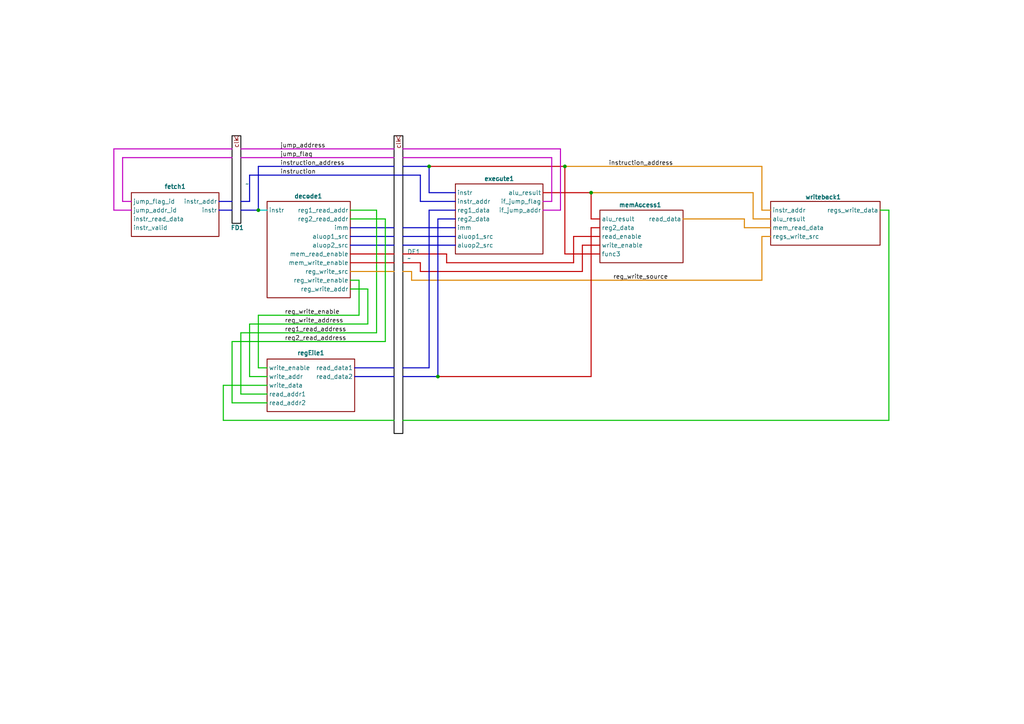
<source format=kicad_sch>
(kicad_sch (version 20231120) (generator "eeschema") (generator_version "8.0")
  (paper "A4")
  (title_block (title "RISC-V CPU Pipelined"))
  (lib_symbols
    (symbol "RISC-V-lib:DE" (pin_numbers hide) (pin_names (offset 0) hide)
      (property "Reference" "DE" (at 8.89 -0.254 0))
      (symbol "DE_1_1"
        (rectangle (start -2.54 0) (end 0 -86.36) (stroke (width 0.254) (color 0 0 0 1)))
        (text "clk" (at -1.27 -2.286 900) (effects (font (size 1.27 1.27))))
        (pin input line (at -2.54 -82.55 0) (length 0) (name "") (number ""))
        (pin input line (at -2.54 -69.85 0) (length 0) (name "") (number ""))
        (pin input line (at -2.54 -67.31 0) (length 0) (name "") (number ""))
        (pin input line (at -2.54 -39.37 0) (length 0) (name "") (number ""))
        (pin input line (at -2.54 -36.83 0) (length 0) (name "") (number ""))
        (pin input line (at -2.54 -34.29 0) (length 0) (name "") (number ""))
        (pin input line (at -2.54 -31.75 0) (length 0) (name "") (number ""))
        (pin input line (at -2.54 -29.21 0) (length 0) (name "") (number ""))
        (pin input line (at -2.54 -26.67 0) (length 0) (name "") (number ""))
        (pin input line (at -2.54 -11.43 0) (length 0) (name "") (number ""))
        (pin input line (at -2.54 -8.89 0) (length 0) (name "") (number ""))
        (pin input line (at -2.54 -6.35 0) (length 0) (name "") (number ""))
        (pin input line (at -2.54 -3.81 0) (length 0) (name "") (number ""))
        (pin output line (at 0 -82.55 180) (length 0) (name "") (number ""))
        (pin output line (at 0 -69.85 180) (length 0) (name "") (number ""))
        (pin output line (at 0 -67.31 180) (length 0) (name "") (number ""))
        (pin output line (at 0 -39.37 180) (length 0) (name "") (number ""))
        (pin output line (at 0 -36.83 180) (length 0) (name "") (number ""))
        (pin output line (at 0 -34.29 180) (length 0) (name "") (number ""))
        (pin output line (at 0 -31.75 180) (length 0) (name "") (number ""))
        (pin output line (at 0 -29.21 180) (length 0) (name "") (number ""))
        (pin output line (at 0 -26.67 180) (length 0) (name "") (number ""))
        (pin output line (at 0 -11.43 180) (length 0) (name "") (number ""))
        (pin output line (at 0 -8.89 180) (length 0) (name "") (number ""))
        (pin output line (at 0 -6.35 180) (length 0) (name "") (number ""))
        (pin output line (at 0 -3.81 180) (length 0) (name "") (number ""))
        (pin input clock (at -1.27 0 270) (length 0) (name "clk") (number ""))
      )
    )
    (symbol "RISC-V-lib:Execute" (pin_numbers hide)
      (property "Reference" "execute" (at -0.254 11.43 0))
      (symbol "Execute_1_1"
        (rectangle (start -12.7 10.16) (end 12.7 -10.16) (stroke (width 0.254)))
        (pin output line (at 12.7 7.62 180) (length 0) (name "alu_result") (number ""))
        (pin input line (at -12.7 -5.08 0) (length 0) (name "aluop1_src") (number ""))
        (pin input line (at -12.7 -7.62 0) (length 0) (name "aluop2_src") (number ""))
        (pin output line (at 12.7 2.54 180) (length 0) (name "if_jump_addr") (number ""))
        (pin output line (at 12.7 5.08 180) (length 0) (name "if_jump_flag") (number ""))
        (pin input line (at -12.7 -2.54 0) (length 0) (name "imm") (number ""))
        (pin input line (at -12.7 7.62 0) (length 0) (name "instr") (number ""))
        (pin input line (at -12.7 5.08 0) (length 0) (name "instr_addr") (number ""))
        (pin input line (at -12.7 2.54 0) (length 0) (name "reg1_data") (number ""))
        (pin input line (at -12.7 0 0) (length 0) (name "reg2_data") (number ""))
      )
    )
    (symbol "RISC-V-lib:FD" (pin_numbers hide) (pin_names (offset 0) hide)
      (property "Reference" "FD" (at -1.27 -24.13 0))
      (symbol "FD_1_1"
        (rectangle (start -2.54 0) (end 0 -25.4) (stroke (width 0.254) (color 0 0 0 1)))
        (text "clk" (at -1.27 -2.032 900) (effects (font (size 1.27 1.27))))
        (pin input clock (at -1.27 0 270) (length 0) (name "clk") (number ""))
        (pin input line (at -2.54 -21.59 0) (length 0) (name "i_in") (number ""))
        (pin output line (at 0 -21.59 180) (length 0) (name "i_out") (number ""))
        (pin input line (at -2.54 -19.05 0) (length 0) (name "ia_in") (number ""))
        (pin output line (at 0 -19.05 180) (length 0) (name "ia_out") (number ""))
        (pin input line (at -2.54 -3.81 0) (length 0) (name "ja_in") (number ""))
        (pin output line (at 0 -3.81 180) (length 0) (name "ja_out") (number ""))
        (pin input line (at -2.54 -6.35 0) (length 0) (name "jf_in") (number ""))
        (pin output line (at 0 -6.35 180) (length 0) (name "jf_out") (number ""))
      )
    )
    (symbol "RISC-V-lib:InstructionDecode" (pin_numbers hide)
      (property "Reference" "decode" (at -0.508 13.97 0))
      (symbol "InstructionDecode_1_1"
        (rectangle (start -12.7 12.7) (end 11.43 -15.24) (stroke (width 0.254)))
        (pin output line (at 11.43 2.54 180) (length 0) (name "aluop1_src") (number ""))
        (pin output line (at 11.43 0 180) (length 0) (name "aluop2_src") (number ""))
        (pin output line (at 11.43 5.08 180) (length 0) (name "imm") (number ""))
        (pin input line (at -12.7 10.16 0) (length 0) (name "instr") (number ""))
        (pin output line (at 11.43 -2.54 180) (length 0) (name "mem_read_enable") (number ""))
        (pin output line (at 11.43 -5.08 180) (length 0) (name "mem_write_enable") (number ""))
        (pin output line (at 11.43 10.16 180) (length 0) (name "reg1_read_addr") (number ""))
        (pin output line (at 11.43 7.62 180) (length 0) (name "reg2_read_addr") (number ""))
        (pin output line (at 11.43 -12.7 180) (length 0) (name "reg_write_addr") (number ""))
        (pin output line (at 11.43 -10.16 180) (length 0) (name "reg_write_enable") (number ""))
        (pin output line (at 11.43 -7.62 180) (length 0) (name "reg_write_src") (number ""))
      )
    )
    (symbol "RISC-V-lib:InstructionFetch" (pin_numbers hide)
      (property "Reference" "fetch" (at -1.27 7.62 0))
      (symbol "InstructionFetch_0_1"
        (rectangle (start -12.7 6.35) (end 12.7 -6.35) (stroke (width 0.254)))
      )
      (symbol "InstructionFetch_1_1"
        (pin output line (at 12.7 1.27 180) (length 0) (name "instr") (number ""))
        (pin output line (at 12.7 3.81 180) (length 0) (name "instr_addr") (number ""))
        (pin input line (at -12.7 -1.27 0) (length 0) (name "instr_read_data") (number ""))
        (pin input line (at -12.7 -3.81 0) (length 0) (name "instr_valid") (number ""))
        (pin input line (at -12.7 1.27 0) (length 0) (name "jump_addr_id") (number ""))
        (pin input line (at -12.7 3.81 0) (length 0) (name "jump_flag_id") (number ""))
      )
    )
    (symbol "RISC-V-lib:MemoryAccess" (pin_numbers hide)
      (property "Reference" "memAccess" (at 0.762 8.89 0))
      (symbol "MemoryAccess_1_1"
        (rectangle (start -11.43 7.62) (end 12.7 -7.62) (stroke (width 0.254)))
        (pin input line (at -11.43 5.08 0) (length 0) (name "alu_result") (number ""))
        (pin input line (at -11.43 -5.08 0) (length 0) (name "func3") (number ""))
        (pin output line (at 12.7 5.08 180) (length 0) (name "read_data") (number ""))
        (pin input line (at -11.43 0 0) (length 0) (name "read_enable") (number ""))
        (pin input line (at -11.43 2.54 0) (length 0) (name "reg2_data") (number ""))
        (pin input line (at -11.43 -2.54 0) (length 0) (name "write_enable") (number ""))
      )
    )
    (symbol "RISC-V-lib:RegFile" (pin_numbers hide)
      (property "Reference" "regFile" (at 0 9.398 0))
      (symbol "RegFile_0_1"
        (rectangle (start -12.7 7.62) (end 12.7 -7.62) (stroke (width 0.254)))
      )
      (symbol "RegFile_1_1"
        (pin input line (at -12.7 -2.54 0) (length 0) (name "read_addr1") (number ""))
        (pin input line (at -12.7 -5.08 0) (length 0) (name "read_addr2") (number ""))
        (pin output line (at 12.7 5.08 180) (length 0) (name "read_data1") (number ""))
        (pin output line (at 12.7 2.54 180) (length 0) (name "read_data2") (number ""))
        (pin input line (at -12.7 2.54 0) (length 0) (name "write_addr") (number ""))
        (pin input line (at -12.7 0 0) (length 0) (name "write_data") (number ""))
        (pin input line (at -12.7 5.08 0) (length 0) (name "write_enable") (number ""))
      )
    )
    (symbol "RISC-V-lib:Writeback" (pin_numbers hide)
      (property "Reference" "writeback" (at -0.254 7.62 0))
      (symbol "Writeback_1_1"
        (rectangle (start -15.24 6.35) (end 16.51 -6.35) (stroke (width 0.254)))
        (pin input line (at -15.24 1.27 0) (length 0) (name "alu_result") (number ""))
        (pin input line (at -15.24 3.81 0) (length 0) (name "instr_addr") (number ""))
        (pin input line (at -15.24 -1.27 0) (length 0) (name "mem_read_data") (number ""))
        (pin output line (at 16.51 3.81 180) (length 0) (name "regs_write_data") (number ""))
        (pin input line (at -15.24 -3.81 0) (length 0) (name "regs_write_src") (number ""))
      )
    )
  )
  (junction (at 124.46 48.26))
  (junction (at 171.45 55.88))
  (junction (at 127 109.22))
  (junction (at 74.93 60.96))
  (junction (at 163.83 48.26))
  (wire (pts (xy 116.84 109.22) (xy 127 109.22)) (stroke (width 0.3048) (color 0 0 194 1)))
  (wire (pts (xy 220.98 60.96) (xy 223.52 60.96)) (stroke (width 0.3048) (color 221 133 0 1)))
  (wire (pts (xy 69.85 96.52) (xy 69.85 114.3)) (stroke (width 0.3048) (color 0 194 0 1)))
  (wire (pts (xy 101.6 71.12) (xy 114.3 71.12)) (stroke (width 0.3048) (color 0 0 194 1)))
  (wire (pts (xy 33.02 43.18) (xy 67.31 43.18)) (stroke (width 0.3048) (color 194 0 194 1)))
  (wire (pts (xy 101.6 83.82) (xy 106.68 83.82)) (stroke (width 0.3048) (color 0 194 0 1)))
  (wire (pts (xy 64.77 121.92) (xy 114.3 121.92)) (stroke (width 0.3048) (color 0 194 0 1)))
  (wire (pts (xy 163.83 48.26) (xy 163.83 73.66)) (stroke (width 0.3048) (color 194 0 0 1)))
  (wire (pts (xy 101.6 76.2) (xy 114.3 76.2)) (stroke (width 0.3048) (color 194 0 0 1)))
  (wire (pts (xy 64.77 121.92) (xy 64.77 111.76)) (stroke (width 0.3048) (color 0 194 0 1)))
  (wire (pts (xy 116.84 106.68) (xy 124.46 106.68)) (stroke (width 0.3048) (color 0 0 194 1)))
  (wire (pts (xy 171.45 55.88) (xy 171.45 63.5)) (stroke (width 0.3048) (color 194 0 0 1)))
  (wire (pts (xy 106.68 83.82) (xy 106.68 93.98)) (stroke (width 0.3048) (color 0 194 0 1)))
  (wire (pts (xy 166.37 68.58) (xy 173.99 68.58)) (stroke (width 0.3048) (color 194 0 0 1)))
  (wire (pts (xy 109.22 60.96) (xy 109.22 96.52)) (stroke (width 0.3048) (color 0 194 0 1)))
  (wire (pts (xy 171.45 63.5) (xy 173.99 63.5)) (stroke (width 0.3048) (color 194 0 0 1)))
  (wire (pts (xy 35.56 58.42) (xy 38.1 58.42)) (stroke (width 0.3048) (color 194 0 194 1)))
  (wire (pts (xy 63.5 58.42) (xy 67.31 58.42)) (stroke (width 0.3048) (color 0 0 194 1)))
  (wire (pts (xy 220.98 81.28) (xy 119.38 81.28)) (stroke (width 0.3048) (color 221 133 0 1)))
  (wire (pts (xy 127 109.22) (xy 127 63.5)) (stroke (width 0.3048) (color 0 0 194 1)))
  (wire (pts (xy 171.45 66.04) (xy 173.99 66.04)) (stroke (width 0.3048) (color 194 0 0 1)))
  (wire (pts (xy 129.54 76.2) (xy 166.37 76.2)) (stroke (width 0.3048) (color 194 0 0 1)))
  (wire (pts (xy 104.14 91.44) (xy 74.93 91.44)) (stroke (width 0.3048) (color 0 194 0 1)))
  (wire (pts (xy 168.91 71.12) (xy 173.99 71.12)) (stroke (width 0.3048) (color 194 0 0 1)))
  (wire (pts (xy 74.93 48.26) (xy 114.3 48.26)) (stroke (width 0.3048) (color 0 0 194 1)))
  (wire (pts (xy 72.39 50.8) (xy 121.92 50.8)) (stroke (width 0.3048) (color 0 0 194 1)))
  (wire (pts (xy 67.31 99.06) (xy 111.76 99.06)) (stroke (width 0.3048) (color 0 194 0 1)))
  (wire (pts (xy 218.44 55.88) (xy 218.44 63.5)) (stroke (width 0.3048) (color 221 133 0 1)))
  (wire (pts (xy 162.56 60.96) (xy 162.56 43.18)) (stroke (width 0.3048) (color 194 0 194 1)))
  (wire (pts (xy 124.46 106.68) (xy 124.46 60.96)) (stroke (width 0.3048) (color 0 0 194 1)))
  (wire (pts (xy 74.93 91.44) (xy 74.93 106.68)) (stroke (width 0.3048) (color 0 194 0 1)))
  (wire (pts (xy 116.84 43.18) (xy 162.56 43.18)) (stroke (width 0.3048) (color 194 0 194 1)))
  (wire (pts (xy 129.54 73.66) (xy 129.54 76.2)) (stroke (width 0.3048) (color 194 0 0 1)))
  (wire (pts (xy 74.93 106.68) (xy 77.47 106.68)) (stroke (width 0.3048) (color 0 194 0 1)))
  (wire (pts (xy 171.45 55.88) (xy 218.44 55.88)) (stroke (width 0.3048) (color 221 133 0 1)))
  (wire (pts (xy 160.02 58.42) (xy 157.48 58.42)) (stroke (width 0.3048) (color 194 0 194 1)))
  (wire (pts (xy 119.38 78.74) (xy 116.84 78.74)) (stroke (width 0.3048) (color 221 133 0 1)))
  (wire (pts (xy 220.98 68.58) (xy 223.52 68.58)) (stroke (width 0.3048) (color 221 133 0 1)))
  (wire (pts (xy 33.02 43.18) (xy 33.02 60.96)) (stroke (width 0.3048) (color 194 0 194 1)))
  (wire (pts (xy 69.85 114.3) (xy 77.47 114.3)) (stroke (width 0.3048) (color 0 194 0 1)))
  (wire (pts (xy 215.9 63.5) (xy 215.9 66.04)) (stroke (width 0.3048) (color 221 133 0 1)))
  (wire (pts (xy 168.91 78.74) (xy 121.92 78.74)) (stroke (width 0.3048) (color 194 0 0 1)))
  (wire (pts (xy 101.6 78.74) (xy 114.3 78.74)) (stroke (width 0.3048) (color 221 133 0 1)))
  (wire (pts (xy 106.68 93.98) (xy 72.39 93.98)) (stroke (width 0.3048) (color 0 194 0 1)))
  (wire (pts (xy 35.56 45.72) (xy 67.31 45.72)) (stroke (width 0.3048) (color 194 0 194 1)))
  (wire (pts (xy 157.48 60.96) (xy 162.56 60.96)) (stroke (width 0.3048) (color 194 0 194 1)))
  (wire (pts (xy 63.5 60.96) (xy 67.31 60.96)) (stroke (width 0.3048) (color 0 0 194 1)))
  (wire (pts (xy 119.38 81.28) (xy 119.38 78.74)) (stroke (width 0.3048) (color 221 133 0 1)))
  (wire (pts (xy 72.39 109.22) (xy 77.47 109.22)) (stroke (width 0.3048) (color 0 194 0 1)))
  (wire (pts (xy 127 63.5) (xy 132.08 63.5)) (stroke (width 0.3048) (color 0 0 194 1)))
  (wire (pts (xy 163.83 48.26) (xy 220.98 48.26)) (stroke (width 0.3048) (color 221 133 0 1)))
  (wire (pts (xy 101.6 73.66) (xy 114.3 73.66)) (stroke (width 0.3048) (color 194 0 0 1)))
  (wire (pts (xy 74.93 48.26) (xy 74.93 60.96)) (stroke (width 0.3048) (color 0 0 194 1)))
  (wire (pts (xy 69.85 45.72) (xy 114.3 45.72)) (stroke (width 0.3048) (color 194 0 194 1)))
  (wire (pts (xy 74.93 60.96) (xy 77.47 60.96)) (stroke (width 0.3048) (color 0 194 194 1)))
  (wire (pts (xy 257.81 60.96) (xy 257.81 121.92)) (stroke (width 0.3048) (color 0 194 0 1)))
  (wire (pts (xy 102.87 106.68) (xy 114.3 106.68)) (stroke (width 0.3048) (color 0 0 194 1)))
  (wire (pts (xy 198.12 63.5) (xy 215.9 63.5)) (stroke (width 0.3048) (color 221 133 0 1)))
  (wire (pts (xy 69.85 58.42) (xy 72.39 58.42)) (stroke (width 0.3048) (color 0 0 194 1)))
  (wire (pts (xy 116.84 66.04) (xy 132.08 66.04)) (stroke (width 0.3048) (color 0 0 194 1)))
  (wire (pts (xy 101.6 68.58) (xy 114.3 68.58)) (stroke (width 0.3048) (color 0 0 194 1)))
  (wire (pts (xy 104.14 81.28) (xy 104.14 91.44)) (stroke (width 0.3048) (color 0 194 0 1)))
  (wire (pts (xy 160.02 45.72) (xy 160.02 58.42)) (stroke (width 0.3048) (color 194 0 194 1)))
  (wire (pts (xy 218.44 63.5) (xy 223.52 63.5)) (stroke (width 0.3048) (color 221 133 0 1)))
  (wire (pts (xy 166.37 76.2) (xy 166.37 68.58)) (stroke (width 0.3048) (color 194 0 0 1)))
  (wire (pts (xy 132.08 55.88) (xy 124.46 55.88)) (stroke (width 0.3048) (color 0 0 194 1)))
  (wire (pts (xy 102.87 109.22) (xy 114.3 109.22)) (stroke (width 0.3048) (color 0 0 194 1)))
  (wire (pts (xy 64.77 111.76) (xy 77.47 111.76)) (stroke (width 0.3048) (color 0 194 0 1)))
  (wire (pts (xy 101.6 66.04) (xy 114.3 66.04)) (stroke (width 0.3048) (color 0 0 194 1)))
  (wire (pts (xy 173.99 73.66) (xy 163.83 73.66)) (stroke (width 0.3048) (color 194 0 0 1)))
  (wire (pts (xy 69.85 43.18) (xy 114.3 43.18)) (stroke (width 0.3048) (color 194 0 194 1)))
  (wire (pts (xy 116.84 45.72) (xy 160.02 45.72)) (stroke (width 0.3048) (color 194 0 194 1)))
  (wire (pts (xy 255.27 60.96) (xy 257.81 60.96)) (stroke (width 0.3048) (color 0 194 0 1)))
  (wire (pts (xy 168.91 78.74) (xy 168.91 71.12)) (stroke (width 0.3048) (color 194 0 0 1)))
  (wire (pts (xy 35.56 45.72) (xy 35.56 58.42)) (stroke (width 0.3048) (color 194 0 194 1)))
  (wire (pts (xy 220.98 81.28) (xy 220.98 68.58)) (stroke (width 0.3048) (color 221 133 0 1)))
  (wire (pts (xy 215.9 66.04) (xy 223.52 66.04)) (stroke (width 0.3048) (color 221 133 0 1)))
  (wire (pts (xy 69.85 60.96) (xy 74.93 60.96)) (stroke (width 0.3048) (color 0 0 194 1)))
  (wire (pts (xy 116.84 121.92) (xy 257.81 121.92)) (stroke (width 0.3048) (color 0 194 0 1)))
  (wire (pts (xy 124.46 60.96) (xy 132.08 60.96)) (stroke (width 0.3048) (color 0 0 194 1)))
  (wire (pts (xy 33.02 60.96) (xy 38.1 60.96)) (stroke (width 0.3048) (color 194 0 194 1)))
  (wire (pts (xy 101.6 63.5) (xy 111.76 63.5)) (stroke (width 0.3048) (color 0 194 0 1)))
  (wire (pts (xy 101.6 60.96) (xy 109.22 60.96)) (stroke (width 0.3048) (color 0 194 0 1)))
  (wire (pts (xy 124.46 48.26) (xy 163.83 48.26)) (stroke (width 0.3048) (color 194 0 0 1)))
  (wire (pts (xy 116.84 68.58) (xy 132.08 68.58)) (stroke (width 0.3048) (color 0 0 194 1)))
  (wire (pts (xy 121.92 76.2) (xy 116.84 76.2)) (stroke (width 0.3048) (color 194 0 0 1)))
  (wire (pts (xy 121.92 78.74) (xy 121.92 76.2)) (stroke (width 0.3048) (color 194 0 0 1)))
  (wire (pts (xy 116.84 71.12) (xy 132.08 71.12)) (stroke (width 0.3048) (color 0 0 194 1)))
  (wire (pts (xy 157.48 55.88) (xy 171.45 55.88)) (stroke (width 0.3048) (color 194 0 0 1)))
  (wire (pts (xy 72.39 93.98) (xy 72.39 109.22)) (stroke (width 0.3048) (color 0 194 0 1)))
  (wire (pts (xy 67.31 116.84) (xy 67.31 99.06)) (stroke (width 0.3048) (color 0 194 0 1)))
  (wire (pts (xy 124.46 55.88) (xy 124.46 48.26)) (stroke (width 0.3048) (color 0 0 194 1)))
  (wire (pts (xy 101.6 81.28) (xy 104.14 81.28)) (stroke (width 0.3048) (color 0 194 0 1)))
  (wire (pts (xy 111.76 99.06) (xy 111.76 63.5)) (stroke (width 0.3048) (color 0 194 0 1)))
  (wire (pts (xy 220.98 48.26) (xy 220.98 60.96)) (stroke (width 0.3048) (color 221 133 0 1)))
  (wire (pts (xy 77.47 116.84) (xy 67.31 116.84)) (stroke (width 0.3048) (color 0 194 0 1)))
  (wire (pts (xy 72.39 58.42) (xy 72.39 50.8)) (stroke (width 0.3048) (color 0 0 194 1)))
  (wire (pts (xy 116.84 48.26) (xy 124.46 48.26)) (stroke (width 0.3048) (color 0 0 194 1)))
  (wire (pts (xy 171.45 109.22) (xy 171.45 66.04)) (stroke (width 0.3048) (color 194 0 0 1)))
  (wire (pts (xy 127 109.22) (xy 171.45 109.22)) (stroke (width 0.3048) (color 194 0 0 1)))
  (wire (pts (xy 121.92 58.42) (xy 132.08 58.42)) (stroke (width 0.3048) (color 0 0 194 1)))
  (wire (pts (xy 116.84 73.66) (xy 129.54 73.66)) (stroke (width 0.3048) (color 194 0 0 1)))
  (wire (pts (xy 109.22 96.52) (xy 69.85 96.52)) (stroke (width 0.3048) (color 0 194 0 1)))
  (wire (pts (xy 121.92 50.8) (xy 121.92 58.42)) (stroke (width 0.3048) (color 0 0 194 1)))
  (label "instruction_address" (at 176.53 48.26 0))
  (label "jump_flag" (at 81.28 45.72 0))
  (label "instruction" (at 81.28 50.8 0))
  (label "instruction_address" (at 81.28 48.26 0))
  (label "reg1_read_address" (at 82.55 96.52 0))
  (label "jump_address" (at 81.28 43.18 0))
  (label "reg_write_source" (at 177.8 81.28 0))
  (label "reg_write_enable" (at 82.55 91.44 0))
  (label "reg2_read_address" (at 82.55 99.06 0))
  (label "reg_write_address" (at 82.55 93.98 0))
  (symbol (lib_id "RISC-V-lib:DE") (at 116.84 39.37 0) (unit 1)
    (property "Reference" "DE1" (at 118.11 73.0249 0) (effects (justify left)))
    (property "Value" "~" (at 118.11 74.93 0) (effects (justify left)))
  )
  (symbol (lib_id "RISC-V-lib:InstructionDecode") (at 90.17 71.12 0) (unit 1)
    (property "Reference" "decode1" (at 89.408 56.896 0) (effects (font (thickness 0.254) (bold yes))))
    (property "Value" "~" (at 89.535 57.15 0))
  )
  (symbol (lib_id "RISC-V-lib:MemoryAccess") (at 185.42 68.58 0) (unit 1)
    (property "Reference" "memAccess1" (at 185.674 59.436 0) (effects (font (thickness 0.254) (bold yes))))
    (property "Value" "~" (at 186.055 59.69 0))
  )
  (symbol (lib_id "RISC-V-lib:Execute") (at 144.78 63.5 0) (unit 1)
    (property "Reference" "execute1" (at 144.78 51.816 0) (effects (font (thickness 0.254) (bold yes))))
    (property "Value" "~" (at 144.78 52.07 0))
  )
  (symbol (lib_id "RISC-V-lib:RegFile") (at 90.17 111.76 0) (unit 1)
    (property "Reference" "regFile1" (at 90.17 102.362 0) (effects (font (thickness 0.254) (bold yes))))
    (property "Value" "~" (at 90.17 102.87 0))
  )
  (symbol (lib_id "RISC-V-lib:InstructionFetch") (at 50.8 62.23 0) (unit 1)
    (property "Reference" "fetch1" (at 50.8 54.102 0) (effects (font (thickness 0.254) (bold yes))))
    (property "Value" "~" (at 50.8 54.61 0))
  )
  (symbol (lib_id "RISC-V-lib:FD") (at 69.85 39.37 0) (unit 1)
    (property "Reference" "FD1" (at 66.802 66.04 0) (effects (font (thickness 0.254) (bold yes)) (justify left)))
    (property "Value" "~" (at 71.12 53.34 0) (effects (justify left)))
  )
  (symbol (lib_id "RISC-V-lib:Writeback") (at 238.76 64.77 0) (unit 1)
    (property "Reference" "writeback1" (at 238.76 57.15 0) (effects (font (thickness 0.254) (bold yes))))
    (property "Value" "~" (at 239.395 57.15 0))
  )
)
</source>
